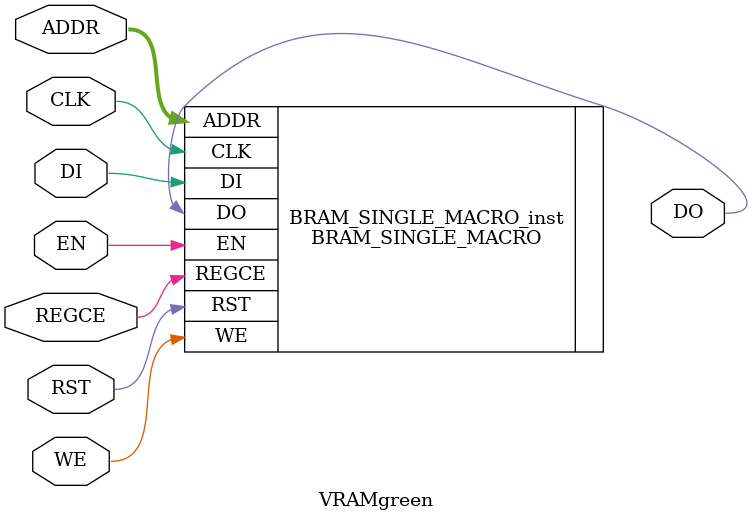
<source format=v>
module VRAMgreen(DO, ADDR, CLK, DI, EN, REGCE, RST, WE);
      input CLK, RST, WE, REGCE, DI, EN;
      input [13:0] ADDR;
      output DO;
      
      // BRAM_SINGLE_MACRO : In order to incorporate this function into the design,
      //   Verilog   : the following instance declaration needs to be placed
      //  instance   : in the body of the design code.  The instance name
      // declaration : (BRAM_SINGLE_MACRO_inst) and/or the port declarations within the
      //    code     : parenthesis may be changed to properly reference and
      //             : connect this function to the design.  All inputs
      //             : and outputs must be connected.

      //  <-----Cut code below this line---->

      // BRAM_SINGLE_MACRO: Single Port RAM
      //                    Artix-7
      // Xilinx HDL Language Template, version 2018.3

      /////////////////////////////////////////////////////////////////////
      //  READ_WIDTH | BRAM_SIZE | READ Depth  | ADDR Width |            //
      // WRITE_WIDTH |           | WRITE Depth |            |  WE Width  //
      // ============|===========|=============|============|============//
      //    37-72    |  "36Kb"   |      512    |    9-bit   |    8-bit   //
      //    19-36    |  "36Kb"   |     1024    |   10-bit   |    4-bit   //
      //    19-36    |  "18Kb"   |      512    |    9-bit   |    4-bit   //
      //    10-18    |  "36Kb"   |     2048    |   11-bit   |    2-bit   //
      //    10-18    |  "18Kb"   |     1024    |   10-bit   |    2-bit   //
      //     5-9     |  "36Kb"   |     4096    |   12-bit   |    1-bit   //
      //     5-9     |  "18Kb"   |     2048    |   11-bit   |    1-bit   //
      //     3-4     |  "36Kb"   |     8192    |   13-bit   |    1-bit   //
      //     3-4     |  "18Kb"   |     4096    |   12-bit   |    1-bit   //
      //       2     |  "36Kb"   |    16384    |   14-bit   |    1-bit   //
      //       2     |  "18Kb"   |     8192    |   13-bit   |    1-bit   //
      //       1     |  "36Kb"   |    32768    |   15-bit   |    1-bit   //
      //       1     |  "18Kb"   |    16384    |   14-bit   |    1-bit   //
      /////////////////////////////////////////////////////////////////////

      BRAM_SINGLE_MACRO #(
         .BRAM_SIZE("18Kb"), // Target BRAM, "18Kb" or "36Kb" 
         .DEVICE("7SERIES"), // Target Device: "7SERIES" 
         .DO_REG(0), // Optional output register (0 or 1)
         .INIT(36'h000000000), // Initial values on output port
         .INIT_FILE ("NONE"),
         .WRITE_WIDTH(1), // Valid values are 1-72 (37-72 only valid when BRAM_SIZE="36Kb")
         .READ_WIDTH(1),  // Valid values are 1-72 (37-72 only valid when BRAM_SIZE="36Kb")
         .SRVAL(36'h000000000), // Set/Reset value for port output
         .WRITE_MODE("WRITE_FIRST"), // "WRITE_FIRST", "READ_FIRST", or "NO_CHANGE" 
         .INIT_00(256'h0000000000000000000000000000000000000000000000000000000000000000),
         .INIT_01(256'h0000000000000000000000000000000000000000000000000000000000000000),
         .INIT_02(256'h0000000000000000000000000000000000000000000000000000000000000000),
         .INIT_03(256'h0000000000000000000000000000000000000000000000000000000000000000),
         .INIT_04(256'h0000000000000000000000000000000000000000000000000000000000000000),
         .INIT_05(256'h0000000000000000000000000000000000000000000000000000000000000000),
         .INIT_06(256'h0000000000000000000000000000000000000000000000000000000000000000),
         .INIT_07(256'h0000000000000000000000000000000000000000000000000000000000000000),
         .INIT_08(256'hFFFFFFFFFFFFFFFFFFFFFFFFFFFFFFFF00000000000000000000000000000000),
         .INIT_09(256'hFFFFFFFFFFFFFFFFFFFFFFFFFFFFFFFF00000000000000000000000000000000),
         .INIT_0A(256'hFFFFFFFFFFFFFFFFFFFFFFFFFFFFFFFF00000000000000000000000000000000),
         .INIT_0B(256'hFFFFFFFFFFFFFFFFFFFFFFFFFFFFFFFF00000000000000000000000000000000),
         .INIT_0C(256'hFFFFFFFFFFFFFFFFFFFFFFFFFFFFFFFF00000000000000000000000000000000),
         .INIT_0D(256'hFFFFFFFFFFFFFFFFFFFFFFFFFFFFFFFF00000000000000000000000000000000),
         .INIT_0E(256'hFFFFFFFFFFFFFFFFFFFFFFFFFFFFFFFF00000000000000000000000000000000),
         .INIT_0F(256'hFFFFFFFFFFFFFFFFFFFFFFFFFFFFFFFF00000000000000000000000000000000),
         .INIT_10(256'h0000000000000000000000000000000000000000000000000000000000000000),
         .INIT_11(256'h0000000000000000000000000000000000000000000000000000000000000000),
         .INIT_12(256'h0000000000000000000000000000000000000000000000000000000000000000),
         .INIT_13(256'h0000000000000000000000000000000000000000000000000000000000000000),
         .INIT_14(256'h0000000000000000000000000000000000000000000000000000000000000000),
         .INIT_15(256'h0000000000000000000000000000000000000000000000000000000000000000),
         .INIT_16(256'h0000000000000000000000000000000000000000000000000000000000000000),
         .INIT_17(256'h0000000000000000000000000000000000000000000000000000000000000000),
         .INIT_18(256'h0F0FF0F0FF0F0FF0F0FF0F0FF0F0FFF00F0000F0000F0000F0000F0000F0000F),
         .INIT_19(256'h0F0FF0F0FF0F0FF0F0FF0F0FF0F0FFF00F0000F0000F0000F0000F0000F0000F),
         .INIT_1A(256'h0F0FF0F0FF0F0FF0F0FF0F0FF0F0FFF00F0000F0000F0000F0000F0000F0000F),
         .INIT_1B(256'h0F0FF0F0FF0F0FF0F0FF0F0FF0F0FFF00F0000F0000F0000F0000F0000F0000F),
         .INIT_1C(256'h0F0FF0F0FF0F0FF0F0FF0F0FF0F0FFF00F0000F0000F0000F0000F0000F0000F),
         .INIT_1D(256'h0F0FF0F0FF0F0FF0F0FF0F0FF0F0FFF00F0000F0000F0000F0000F0000F0000F),
         .INIT_1E(256'h0F0FF0F0FF0F0FF0F0FF0F0FF0F0FFF00F0000F0000F0000F0000F0000F0000F),
         .INIT_1F(256'h0F0FF0F0FF0F0FF0F0FF0F0FF0F0FFF00F0000F0000F0000F0000F0000F0000F),
         .INIT_20(256'h0000000000000000000000000000000000000000000000000000000000000000),
         .INIT_21(256'h0000000000000000000000000000000000000000000000000000000000000000),
         .INIT_22(256'h0000000000000000000000000000000000000000000000000000000000000000),
         .INIT_23(256'h0000000000000000000000000000000000000000000000000000000000000000),
         .INIT_24(256'h0000000000000000000000000000000000000000000000000000000000000000),
         .INIT_25(256'h0000000000000000000000000000000000000000000000000000000000000000),
         .INIT_26(256'h0000000000000000000000000000000000000000000000000000000000000000),
         .INIT_27(256'h0000000000000000000000000000000000000000000000000000000000000000),
         .INIT_28(256'h0000000000000000000000000000000000000000000000000000000000000000),
         .INIT_29(256'h0000000000000000000000000000000000000000000000000000000000000000),
         .INIT_2A(256'h0000000000000000000000000000000000000000000000000000000000000000),
         .INIT_2B(256'h0000000000000000000000000000000000000000000000000000000000000000),
         .INIT_2C(256'h0000000000000000000000000000000000000000000000000000000000000000),
         .INIT_2D(256'h0000000000000000000000000000000000000000000000000000000000000000),
         .INIT_2E(256'h0000000000000000000000000000000000000000000000000000000000000000),
         .INIT_2F(256'h0000000000000000000000000000000000000000000000000000000000000000),
         .INIT_30(256'h0000000000000000000000000000000000000000000000000000000000000000),
         .INIT_31(256'h0000000000000000000000000000000000000000000000000000000000000000),
         .INIT_32(256'h0000000000000000000000000000000000000000000000000000000000000000),
         .INIT_33(256'h0000000000000000000000000000000000000000000000000000000000000000),
         .INIT_34(256'h0000000000000000000000000000000000000000000000000000000000000000),
         .INIT_35(256'h0000000000000000000000000000000000000000000000000000000000000000),
         .INIT_36(256'h0000000000000000000000000000000000000000000000000000000000000000),
         .INIT_37(256'h0000000000000000000000000000000000000000000000000000000000000000),
         .INIT_38(256'h0000000000000000000000000000000000000000000000000000000000000000),
         .INIT_39(256'h0000000000000000000000000000000000000000000000000000000000000000),
         .INIT_3A(256'h0000000000000000000000000000000000000000000000000000000000000000),
         .INIT_3B(256'h0000000000000000000000000000000000000000000000000000000000000000),
         .INIT_3C(256'h0000000000000000000000000000000000000000000000000000000000000000),
         .INIT_3D(256'h0000000000000000000000000000000000000000000000000000000000000000),
         .INIT_3E(256'h0000000000000000000000000000000000000000000000000000000000000000),
         .INIT_3F(256'h0000000000000000000000000000000000000000000000000000000000000000),
   
         // The next set of INIT_xx are valid when configured as 36Kb
         .INIT_40(256'h0000000000000000000000000000000000000000000000000000000000000000),
         .INIT_41(256'h0000000000000000000000000000000000000000000000000000000000000000),
         .INIT_42(256'h0000000000000000000000000000000000000000000000000000000000000000),
         .INIT_43(256'h0000000000000000000000000000000000000000000000000000000000000000),
         .INIT_44(256'h0000000000000000000000000000000000000000000000000000000000000000),
         .INIT_45(256'h0000000000000000000000000000000000000000000000000000000000000000),
         .INIT_46(256'h0000000000000000000000000000000000000000000000000000000000000000),
         .INIT_47(256'h0000000000000000000000000000000000000000000000000000000000000000),
         .INIT_48(256'h0000000000000000000000000000000000000000000000000000000000000000),
         .INIT_49(256'h0000000000000000000000000000000000000000000000000000000000000000),
         .INIT_4A(256'h0000000000000000000000000000000000000000000000000000000000000000),
         .INIT_4B(256'h0000000000000000000000000000000000000000000000000000000000000000),
         .INIT_4C(256'h0000000000000000000000000000000000000000000000000000000000000000),
         .INIT_4D(256'h0000000000000000000000000000000000000000000000000000000000000000),
         .INIT_4E(256'h0000000000000000000000000000000000000000000000000000000000000000),
         .INIT_4F(256'h0000000000000000000000000000000000000000000000000000000000000000),
         .INIT_50(256'h0000000000000000000000000000000000000000000000000000000000000000),
         .INIT_51(256'h0000000000000000000000000000000000000000000000000000000000000000),
         .INIT_52(256'h0000000000000000000000000000000000000000000000000000000000000000),
         .INIT_53(256'h0000000000000000000000000000000000000000000000000000000000000000),
         .INIT_54(256'h0000000000000000000000000000000000000000000000000000000000000000),
         .INIT_55(256'h0000000000000000000000000000000000000000000000000000000000000000),
         .INIT_56(256'h0000000000000000000000000000000000000000000000000000000000000000),
         .INIT_57(256'h0000000000000000000000000000000000000000000000000000000000000000),
         .INIT_58(256'h0000000000000000000000000000000000000000000000000000000000000000),
         .INIT_59(256'h0000000000000000000000000000000000000000000000000000000000000000),
         .INIT_5A(256'h0000000000000000000000000000000000000000000000000000000000000000),
         .INIT_5B(256'h0000000000000000000000000000000000000000000000000000000000000000),
         .INIT_5C(256'h0000000000000000000000000000000000000000000000000000000000000000),
         .INIT_5D(256'h0000000000000000000000000000000000000000000000000000000000000000),
         .INIT_5E(256'h0000000000000000000000000000000000000000000000000000000000000000),
         .INIT_5F(256'h0000000000000000000000000000000000000000000000000000000000000000),
         .INIT_60(256'h0000000000000000000000000000000000000000000000000000000000000000),
         .INIT_61(256'h0000000000000000000000000000000000000000000000000000000000000000),
         .INIT_62(256'h0000000000000000000000000000000000000000000000000000000000000000),
         .INIT_63(256'h0000000000000000000000000000000000000000000000000000000000000000),
         .INIT_64(256'h0000000000000000000000000000000000000000000000000000000000000000),
         .INIT_65(256'h0000000000000000000000000000000000000000000000000000000000000000),
         .INIT_66(256'h0000000000000000000000000000000000000000000000000000000000000000),
         .INIT_67(256'h0000000000000000000000000000000000000000000000000000000000000000),
         .INIT_68(256'h0000000000000000000000000000000000000000000000000000000000000000),
         .INIT_69(256'h0000000000000000000000000000000000000000000000000000000000000000),
         .INIT_6A(256'h0000000000000000000000000000000000000000000000000000000000000000),
         .INIT_6B(256'h0000000000000000000000000000000000000000000000000000000000000000),
         .INIT_6C(256'h0000000000000000000000000000000000000000000000000000000000000000),
         .INIT_6D(256'h0000000000000000000000000000000000000000000000000000000000000000),
         .INIT_6E(256'h0000000000000000000000000000000000000000000000000000000000000000),
         .INIT_6F(256'h0000000000000000000000000000000000000000000000000000000000000000),
         .INIT_70(256'h0000000000000000000000000000000000000000000000000000000000000000),
         .INIT_71(256'h0000000000000000000000000000000000000000000000000000000000000000),
         .INIT_72(256'h0000000000000000000000000000000000000000000000000000000000000000),
         .INIT_73(256'h0000000000000000000000000000000000000000000000000000000000000000),
         .INIT_74(256'h0000000000000000000000000000000000000000000000000000000000000000),
         .INIT_75(256'h0000000000000000000000000000000000000000000000000000000000000000),
         .INIT_76(256'h0000000000000000000000000000000000000000000000000000000000000000),
         .INIT_77(256'h0000000000000000000000000000000000000000000000000000000000000000),
         .INIT_78(256'h0000000000000000000000000000000000000000000000000000000000000000),
         .INIT_79(256'h0000000000000000000000000000000000000000000000000000000000000000),
         .INIT_7A(256'h0000000000000000000000000000000000000000000000000000000000000000),
         .INIT_7B(256'h0000000000000000000000000000000000000000000000000000000000000000),
         .INIT_7C(256'h0000000000000000000000000000000000000000000000000000000000000000),
         .INIT_7D(256'h0000000000000000000000000000000000000000000000000000000000000000),
         .INIT_7E(256'h0000000000000000000000000000000000000000000000000000000000000000),
         .INIT_7F(256'h0000000000000000000000000000000000000000000000000000000000000000),

         // The next set of INITP_xx are for the parity bits
         .INITP_00(256'h0000000000000000000000000000000000000000000000000000000000000000),
         .INITP_01(256'h0000000000000000000000000000000000000000000000000000000000000000),
         .INITP_02(256'h0000000000000000000000000000000000000000000000000000000000000000),
         .INITP_03(256'h0000000000000000000000000000000000000000000000000000000000000000),
         .INITP_04(256'h0000000000000000000000000000000000000000000000000000000000000000),
         .INITP_05(256'h0000000000000000000000000000000000000000000000000000000000000000),
         .INITP_06(256'h0000000000000000000000000000000000000000000000000000000000000000),
         .INITP_07(256'h0000000000000000000000000000000000000000000000000000000000000000),

         // The next set of INIT_xx are valid when configured as 36Kb
         .INITP_08(256'h0000000000000000000000000000000000000000000000000000000000000000),
         .INITP_09(256'h0000000000000000000000000000000000000000000000000000000000000000),
         .INITP_0A(256'h0000000000000000000000000000000000000000000000000000000000000000),
         .INITP_0B(256'h0000000000000000000000000000000000000000000000000000000000000000),
         .INITP_0C(256'h0000000000000000000000000000000000000000000000000000000000000000),
         .INITP_0D(256'h0000000000000000000000000000000000000000000000000000000000000000),
         .INITP_0E(256'h0000000000000000000000000000000000000000000000000000000000000000),
         .INITP_0F(256'h0000000000000000000000000000000000000000000000000000000000000000)
      ) BRAM_SINGLE_MACRO_inst (
         .DO(DO),       // Output data, width defined by READ_WIDTH parameter
         .ADDR(ADDR),   // Input address, width defined by read/write port depth
         .CLK(CLK),     // 1-bit input clock
         .DI(DI),       // Input data port, width defined by WRITE_WIDTH parameter
         .EN(EN),       // 1-bit input RAM enable
         .REGCE(REGCE), // 1-bit input output register enable
         .RST(RST),     // 1-bit input reset
         .WE(WE)        // Input write enable, width defined by write port depth
      );

      // End of BRAM_SINGLE_MACRO_inst instantiation	
endmodule
</source>
